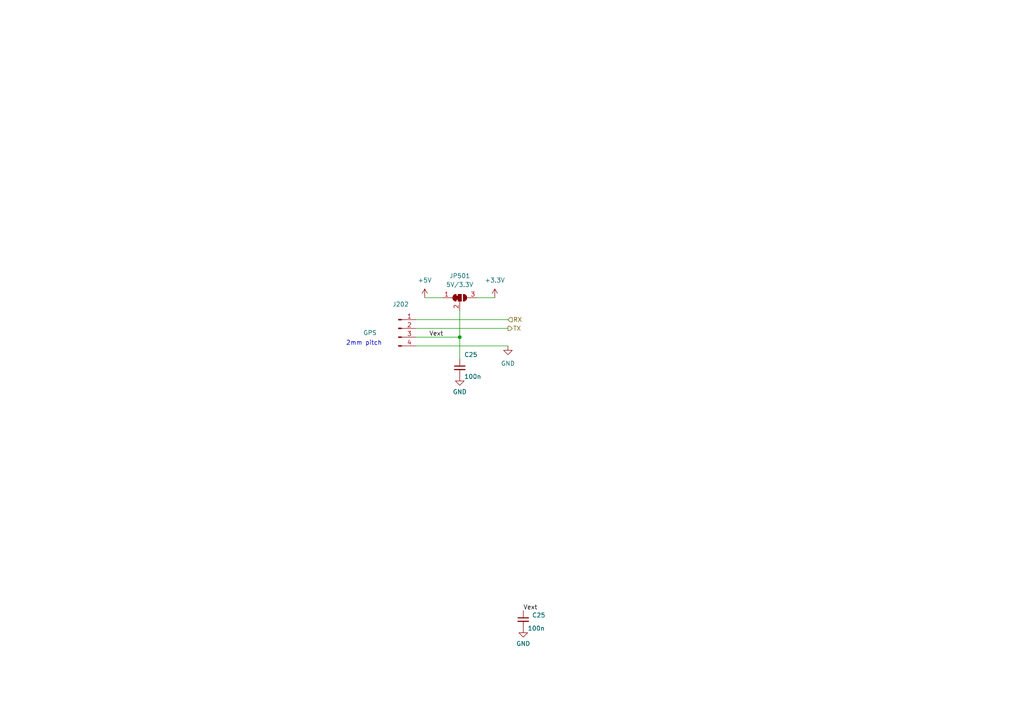
<source format=kicad_sch>
(kicad_sch (version 20230121) (generator eeschema)
  (paper "A4")
  (lib_symbols
    (symbol "Connector:Conn_01x04_Pin" (pin_names (offset 1.016) hide)
      (property "Reference" "J" (at 0 5.08 0))
      (property "Value" "Conn_01x04_Pin" (at 0 -7.62 0))
      (symbol "Conn_01x04_Pin_1_1"
        (polyline (pts (xy 1.27 -5.08) (xy 0.8636 -5.08)) (stroke (width 0.1524)))
        (polyline (pts (xy 1.27 -2.54) (xy 0.8636 -2.54)) (stroke (width 0.1524)))
        (polyline (pts (xy 1.27 0) (xy 0.8636 0)) (stroke (width 0.1524)))
        (polyline (pts (xy 1.27 2.54) (xy 0.8636 2.54)) (stroke (width 0.1524)))
        (rectangle (start 0.8636 -4.953) (end 0 -5.207) (stroke (width 0.1524)) (fill (type outline)))
        (rectangle (start 0.8636 -2.413) (end 0 -2.667) (stroke (width 0.1524)) (fill (type outline)))
        (rectangle (start 0.8636 0.127) (end 0 -0.127) (stroke (width 0.1524)) (fill (type outline)))
        (rectangle (start 0.8636 2.667) (end 0 2.413) (stroke (width 0.1524)) (fill (type outline)))
        (pin passive line (at 5.08 2.54 180) (length 3.81) (name "Pin_1") (number "1"))
        (pin passive line (at 5.08 0 180) (length 3.81) (name "Pin_2") (number "2"))
        (pin passive line (at 5.08 -2.54 180) (length 3.81) (name "Pin_3") (number "3"))
        (pin passive line (at 5.08 -5.08 180) (length 3.81) (name "Pin_4") (number "4"))
      )
    )
    (symbol "Device:C_Small" (pin_numbers hide) (pin_names (offset 0.254) hide)
      (property "Reference" "C" (at 0.254 1.778 0))
      (property "Value" "C_Small" (at 0.254 -2.032 0))
      (symbol "C_Small_0_1"
        (polyline (pts (xy -1.524 -0.508) (xy 1.524 -0.508)) (stroke (width 0.3302)))
        (polyline (pts (xy -1.524 0.508) (xy 1.524 0.508)) (stroke (width 0.3048)))
      )
      (symbol "C_Small_1_1"
        (pin passive line (at 0 2.54 270) (length 2.032) (name "~") (number "1"))
        (pin passive line (at 0 -2.54 90) (length 2.032) (name "~") (number "2"))
      )
    )
    (symbol "Jumper:SolderJumper_3_Bridged12" (pin_names (offset 0) hide)
      (property "Reference" "JP" (at -2.54 -2.54 0))
      (property "Value" "SolderJumper_3_Bridged12" (at 0 2.794 0))
      (symbol "SolderJumper_3_Bridged12_0_1"
        (rectangle (start -1.016 0.508) (end -0.508 -0.508) (fill (type outline)))
        (arc (start -1.016 1.016) (mid -2.0276 0) (end -1.016 -1.016))
        (arc (start -1.016 1.016) (mid -2.0276 0) (end -1.016 -1.016) (fill (type outline)))
        (rectangle (start -0.508 1.016) (end 0.508 -1.016) (fill (type outline)))
        (polyline (pts (xy -2.54 0) (xy -2.032 0)))
        (polyline (pts (xy -1.016 1.016) (xy -1.016 -1.016)))
        (polyline (pts (xy 0 -1.27) (xy 0 -1.016)))
        (polyline (pts (xy 1.016 1.016) (xy 1.016 -1.016)))
        (polyline (pts (xy 2.54 0) (xy 2.032 0)))
        (arc (start 1.016 -1.016) (mid 2.0276 0) (end 1.016 1.016))
        (arc (start 1.016 -1.016) (mid 2.0276 0) (end 1.016 1.016) (fill (type outline)))
      )
      (symbol "SolderJumper_3_Bridged12_1_1"
        (pin passive line (at -5.08 0 0) (length 2.54) (name "A") (number "1"))
        (pin passive line (at 0 -3.81 90) (length 2.54) (name "C") (number "2"))
        (pin passive line (at 5.08 0 180) (length 2.54) (name "B") (number "3"))
      )
    )
    (symbol "power:+3.3V" (power) (pin_names (offset 0))
      (property "Value" "+3.3V" (at 0 3.556 0))
      (symbol "+3.3V_0_1"
        (polyline (pts (xy -0.762 1.27) (xy 0 2.54)))
        (polyline (pts (xy 0 0) (xy 0 2.54)))
        (polyline (pts (xy 0 2.54) (xy 0.762 1.27)))
      )
      (symbol "+3.3V_1_1"
        (pin power_in line (at 0 0 90) (length 0) hide (name "+3.3V") (number "1"))
      )
    )
    (symbol "power:+5V" (power) (pin_names (offset 0))
      (property "Value" "+5V" (at 0 3.556 0))
      (symbol "+5V_0_1"
        (polyline (pts (xy -0.762 1.27) (xy 0 2.54)))
        (polyline (pts (xy 0 0) (xy 0 2.54)))
        (polyline (pts (xy 0 2.54) (xy 0.762 1.27)))
      )
      (symbol "+5V_1_1"
        (pin power_in line (at 0 0 90) (length 0) hide (name "+5V") (number "1"))
      )
    )
    (symbol "power:GND" (power) (pin_names (offset 0))
      (property "Value" "GND" (at 0 -3.81 0))
      (symbol "GND_0_1"
        (polyline (pts (xy 0 0) (xy 0 -1.27) (xy 1.27 -1.27) (xy 0 -2.54) (xy -1.27 -1.27) (xy 0 -1.27)))
      )
      (symbol "GND_1_1"
        (pin power_in line (at 0 0 270) (length 0) hide (name "GND") (number "1"))
      )
    )
  )
  (junction (at 133.35 97.79))
  (wire (pts (xy 120.65 100.33) (xy 147.32 100.33)))
  (wire (pts (xy 120.65 95.25) (xy 147.32 95.25)))
  (wire (pts (xy 120.65 97.79) (xy 133.35 97.79)))
  (wire (pts (xy 123.19 86.36) (xy 128.27 86.36)))
  (wire (pts (xy 133.35 97.79) (xy 133.35 90.17)))
  (wire (pts (xy 120.65 92.71) (xy 147.32 92.71)))
  (wire (pts (xy 138.43 86.36) (xy 143.51 86.36)))
  (wire (pts (xy 133.35 97.79) (xy 133.35 104.14)))
  (text "2mm pitch" (at 100.33 100.33 0) (effects (font (size 1.27 1.27)) (justify left bottom)))
  (label "Vext" (at 124.46 97.79 0))
  (label "Vext" (at 151.765 177.165 0))
  (hierarchical_label "RX" (shape input) (at 147.32 92.71 0))
  (hierarchical_label "TX" (shape output) (at 147.32 95.25 0))
  (symbol (lib_id "power:GND") (at 151.765 182.245 0) (unit 1)
    (property "Reference" "#PWR0121" (effects hide))
    (property "Value" "GND" (at 151.765 186.69 0))
    (instances (project "Nice-Buoy-V1_0" (path "" (reference "#PWR0121") (unit 1)) (path "" (reference "#PWR038") (unit 1)) (path "" (reference "#PWR0505") (unit 1))))
  )
  (symbol (lib_id "power:GND") (at 147.32 100.33 0) (unit 1)
    (property "Reference" "#PWR0504" (effects hide))
    (property "Value" "GND" (at 147.32 105.41 0))
  )
  (symbol (lib_id "Device:C_Small") (at 133.35 106.68 0) (unit 1)
    (property "Reference" "C25" (at 134.62 102.87 0) (effects (justify left)))
    (property "Value" "100n" (at 134.62 109.22 0) (effects (justify left)))
    (property "Footprint" "A_Device:C_0603" (effects hide))
    (property "LCSC" "C14663" (effects hide))
    (instances (project "NIKOLA-02-E-001_PCAScannerController_R1" (path "" (reference "C25") (unit 1))) (project "Nice-Buoy-V1_0" (path "" (reference "C218") (unit 1)) (path "" (reference "C104") (unit 1)) (path "" (reference "C501") (unit 1))))
  )
  (symbol (lib_id "Device:C_Small") (at 151.765 179.705 0) (unit 1)
    (property "Reference" "C25" (at 154.305 178.4412 0) (effects (justify left)))
    (property "Value" "100n" (at 153.035 182.245 0) (effects (justify left)))
    (property "Footprint" "A_Device:C_0603" (effects hide))
    (property "LCSC" "C14663" (effects hide))
    (instances (project "NIKOLA-02-E-001_PCAScannerController_R1" (path "" (reference "C25") (unit 1))) (project "Nice-Buoy-V1_0" (path "" (reference "C20") (unit 1)) (path "" (reference "C502") (unit 1))))
  )
  (symbol (lib_id "Jumper:SolderJumper_3_Bridged12") (at 133.35 86.36 0) (unit 1)
    (property "Reference" "JP501" (at 133.35 80.01 0))
    (property "Value" "5V/3.3V" (at 133.35 82.55 0))
    (property "Footprint" "Jumper:SolderJumper-3_P1.3mm_Bridged12_RoundedPad1.0x1.5mm" (effects hide))
  )
  (symbol (lib_id "Connector:Conn_01x04_Pin") (at 115.57 95.25 0) (unit 1)
    (property "Reference" "J202" (at 116.205 88.265 0))
    (property "Value" "GPS" (at 107.315 96.52 0))
    (property "Footprint" "Connector_JST:JST_XH_B4B-XH-A_1x04_P2.50mm_Vertical" (effects hide))
    (property "LCSC" "C5341203" (effects hide))
    (instances (project "Nice-Buoy-V1_0" (path "" (reference "J202") (unit 1)) (path "" (reference "J501") (unit 1))))
  )
  (symbol (lib_id "power:GND") (at 133.35 109.22 0) (unit 1)
    (property "Reference" "#PWR0121" (effects hide))
    (property "Value" "GND" (at 133.35 113.665 0))
    (instances (project "Nice-Buoy-V1_0" (path "" (reference "#PWR0121") (unit 1)) (path "" (reference "#PWR0226") (unit 1)) (path "" (reference "#PWR0107") (unit 1)) (path "" (reference "#PWR0502") (unit 1))))
  )
  (symbol (lib_id "power:+3.3V") (at 143.51 86.36 0) (unit 1)
    (property "Reference" "#PWR02" (effects hide))
    (property "Value" "+3.3V" (at 143.51 81.28 0))
    (instances (project "Nice-Buoy-V1_0" (path "" (reference "#PWR02") (unit 1)) (path "" (reference "#PWR0503") (unit 1))))
  )
  (symbol (lib_id "power:+5V") (at 123.19 86.36 0) (unit 1)
    (property "Reference" "#PWR0501" (effects hide))
    (property "Value" "+5V" (at 123.19 81.28 0))
  )
)
</source>
